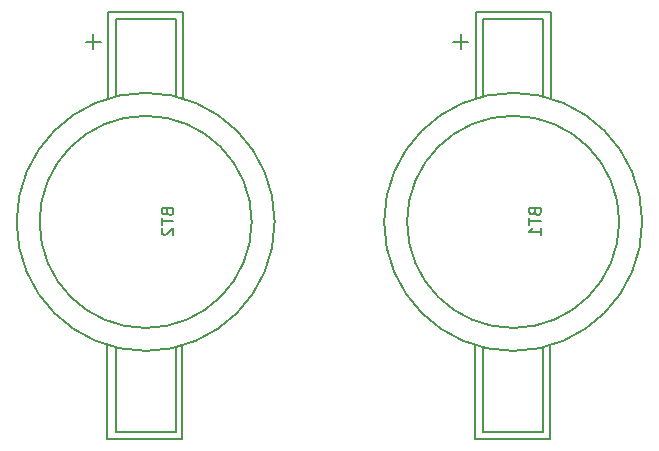
<source format=gbo>
G04 #@! TF.GenerationSoftware,KiCad,Pcbnew,(5.0.1-3-g963ef8bb5)*
G04 #@! TF.CreationDate,2018-12-12T19:15:58+01:00*
G04 #@! TF.ProjectId,kim-uno-rev1,6B696D2D756E6F2D726576312E6B6963,1*
G04 #@! TF.SameCoordinates,Original*
G04 #@! TF.FileFunction,Legend,Bot*
G04 #@! TF.FilePolarity,Positive*
%FSLAX46Y46*%
G04 Gerber Fmt 4.6, Leading zero omitted, Abs format (unit mm)*
G04 Created by KiCad (PCBNEW (5.0.1-3-g963ef8bb5)) date Wednesday, 12 December 2018 at 19:15:58*
%MOMM*%
%LPD*%
G01*
G04 APERTURE LIST*
%ADD10C,0.150000*%
G04 APERTURE END LIST*
D10*
G04 #@! TO.C,BT1*
X155130500Y-135128000D02*
X155130500Y-127127000D01*
X161480500Y-135128000D02*
X155130500Y-135128000D01*
X161480500Y-127254000D02*
X161480500Y-135128000D01*
X155829000Y-127381000D02*
X155829000Y-134493000D01*
X160909000Y-134493000D02*
X155829000Y-134493000D01*
X160909000Y-127381000D02*
X160909000Y-134493000D01*
X154559000Y-101473000D02*
X153289000Y-101473000D01*
X153924000Y-102108000D02*
X153924000Y-100838000D01*
X160909000Y-106045000D02*
X160909000Y-99568000D01*
X160909000Y-99568000D02*
X155829000Y-99568000D01*
X155829000Y-99568000D02*
X155829000Y-106045000D01*
X161544000Y-99568000D02*
X161544000Y-98933000D01*
X161544000Y-98933000D02*
X155194000Y-98933000D01*
X155194000Y-98933000D02*
X155194000Y-99568000D01*
X161544000Y-100838000D02*
X161544000Y-99568000D01*
X155194000Y-99568000D02*
X155194000Y-106172000D01*
X161544000Y-106235500D02*
X161544000Y-100838000D01*
X167349256Y-116713000D02*
G75*
G03X167349256Y-116713000I-8980256J0D01*
G01*
X169293953Y-116713000D02*
G75*
G03X169293953Y-116713000I-10924953J0D01*
G01*
G04 #@! TO.C,BT2*
X138178953Y-116713000D02*
G75*
G03X138178953Y-116713000I-10924953J0D01*
G01*
X136234256Y-116713000D02*
G75*
G03X136234256Y-116713000I-8980256J0D01*
G01*
X130429000Y-106235500D02*
X130429000Y-100838000D01*
X124079000Y-99568000D02*
X124079000Y-106172000D01*
X130429000Y-100838000D02*
X130429000Y-99568000D01*
X124079000Y-98933000D02*
X124079000Y-99568000D01*
X130429000Y-98933000D02*
X124079000Y-98933000D01*
X130429000Y-99568000D02*
X130429000Y-98933000D01*
X124714000Y-99568000D02*
X124714000Y-106045000D01*
X129794000Y-99568000D02*
X124714000Y-99568000D01*
X129794000Y-106045000D02*
X129794000Y-99568000D01*
X122809000Y-102108000D02*
X122809000Y-100838000D01*
X123444000Y-101473000D02*
X122174000Y-101473000D01*
X129794000Y-127381000D02*
X129794000Y-134493000D01*
X129794000Y-134493000D02*
X124714000Y-134493000D01*
X124714000Y-127381000D02*
X124714000Y-134493000D01*
X130365500Y-127254000D02*
X130365500Y-135128000D01*
X130365500Y-135128000D02*
X124015500Y-135128000D01*
X124015500Y-135128000D02*
X124015500Y-127127000D01*
G04 #@! TD*
G04 #@! TO.C,BT1*
X160202571Y-115863785D02*
X160250190Y-116006642D01*
X160297809Y-116054261D01*
X160393047Y-116101880D01*
X160535904Y-116101880D01*
X160631142Y-116054261D01*
X160678761Y-116006642D01*
X160726380Y-115911404D01*
X160726380Y-115530452D01*
X159726380Y-115530452D01*
X159726380Y-115863785D01*
X159774000Y-115959023D01*
X159821619Y-116006642D01*
X159916857Y-116054261D01*
X160012095Y-116054261D01*
X160107333Y-116006642D01*
X160154952Y-115959023D01*
X160202571Y-115863785D01*
X160202571Y-115530452D01*
X159726380Y-116387595D02*
X159726380Y-116959023D01*
X160726380Y-116673309D02*
X159726380Y-116673309D01*
X160726380Y-117816166D02*
X160726380Y-117244738D01*
X160726380Y-117530452D02*
X159726380Y-117530452D01*
X159869238Y-117435214D01*
X159964476Y-117339976D01*
X160012095Y-117244738D01*
G04 #@! TO.C,BT2*
X129087571Y-115863785D02*
X129135190Y-116006642D01*
X129182809Y-116054261D01*
X129278047Y-116101880D01*
X129420904Y-116101880D01*
X129516142Y-116054261D01*
X129563761Y-116006642D01*
X129611380Y-115911404D01*
X129611380Y-115530452D01*
X128611380Y-115530452D01*
X128611380Y-115863785D01*
X128659000Y-115959023D01*
X128706619Y-116006642D01*
X128801857Y-116054261D01*
X128897095Y-116054261D01*
X128992333Y-116006642D01*
X129039952Y-115959023D01*
X129087571Y-115863785D01*
X129087571Y-115530452D01*
X128611380Y-116387595D02*
X128611380Y-116959023D01*
X129611380Y-116673309D02*
X128611380Y-116673309D01*
X128706619Y-117244738D02*
X128659000Y-117292357D01*
X128611380Y-117387595D01*
X128611380Y-117625690D01*
X128659000Y-117720928D01*
X128706619Y-117768547D01*
X128801857Y-117816166D01*
X128897095Y-117816166D01*
X129039952Y-117768547D01*
X129611380Y-117197119D01*
X129611380Y-117816166D01*
G04 #@! TD*
M02*

</source>
